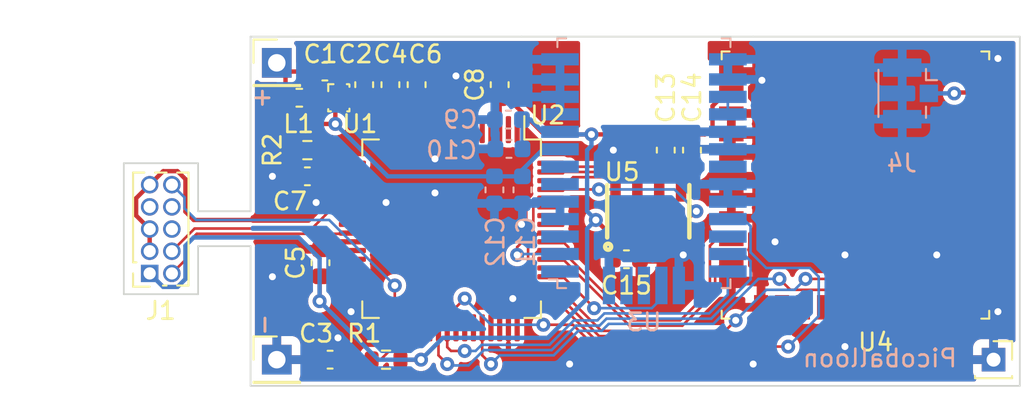
<source format=kicad_pcb>
(kicad_pcb (version 20221018) (generator pcbnew)
  (title_block (title "Picoballoon") (date "2023-03-24") (rev "1A") (comment 1 "Author: Štěpán Macur"))
  (layers (0 "F.Cu" mixed) (31 "B.Cu" mixed) (34 "B.Paste" user) (35 "F.Paste" user) (36 "B.SilkS" user "B.Silkscreen") (37 "F.SilkS" user "F.Silkscreen") (38 "B.Mask" user) (39 "F.Mask" user) (44 "Edge.Cuts" user))
  (net 0 "")
  (net 1 "/~{RESET}")
  (net 2 "GND")
  (net 3 "+3V3")
  (net 4 "Net-(U2-PTE29)")
  (net 5 "/SWDIO")
  (net 6 "/SWDCLK")
  (net 10 "Net-(U1-SW)")
  (net 31 "/GNSS_WU")
  (net 38 "/~{GNSS_RESET}")
  (net 39 "/GNSS_TX")
  (net 40 "/GNSS_RX")
  (net 45 "/RF_SPI_ACK")
  (net 46 "/~{RF_RESET}")
  (net 48 "/RF_SPI_CS")
  (net 49 "/RF_SPI_CLK")
  (net 50 "/RF_SPI_SDI")
  (net 51 "/RF_SPI_SDO")
  (net 55 "/GNSS_FIX")
  (net 56 "/SENS_SPI_CS")
  (net 57 "/SENS_SPI_SCLK")
  (net 58 "/SENS_SPI_SDI")
  (net 59 "/SENS_SPI_SDO")
  (net 62 "Net-(U3-RF_IN)")
  (net 73 "+BATT")
  (net 81 "Net-(J4-In)")
  (footprint "Capacitor_SMD:C_0603_1608Metric" (layer "F.Cu") (at 138.25 61 90)
    (fp_text reference "C4")
    (fp_text value "10u")
  )
  (footprint "Capacitor_SMD:C_0603_1608Metric" (layer "F.Cu") (at 133.5 66.25 180)
    (fp_text reference "C7")
    (fp_text value "33p")
  )
  (footprint "Connector_PinSocket_1.27mm:PinSocket_2x05_P1.27mm_Vertical" (layer "F.Cu") (at 124.48 71.81 180)
    (fp_text reference "J1")
    (fp_text value "Conn_ARM_JTAG_SWD_10")
  )
  (footprint "Picoballoon:MS561101BA03-50" (layer "F.Cu") (at 153 68.25 90)
    (fp_text reference "U5")
    (fp_text value "MS561101BA03-50")
  )
  (footprint "Picoballoon:InnoCommSN10-11" (layer "F.Cu") (at 164.85 66.75)
    (fp_text reference "U4")
    (fp_text value "INNOCOMM-SN10-11")
  )
  (footprint "Picoballoon:TPS610994YFFR" (layer "F.Cu") (at 135.3 61.749997)
    (fp_text reference "U1")
    (fp_text value "TPS610994YFFR")
  )
  (footprint "Capacitor_SMD:C_0603_1608Metric" (layer "F.Cu") (at 134.25 71.2 90)
    (fp_text reference "C5")
    (fp_text value "100n")
  )
  (footprint "Capacitor_SMD:C_0603_1608Metric" (layer "F.Cu") (at 139.75 61 90)
    (fp_text reference "C6")
    (fp_text value "100n")
  )
  (footprint "Capacitor_SMD:C_0603_1608Metric" (layer "F.Cu") (at 144.5 61 90)
    (fp_text reference "C8")
    (fp_text value "100n")
  )
  (footprint "Capacitor_SMD:C_0603_1608Metric" (layer "F.Cu") (at 134.5 60.25)
    (fp_text reference "C1")
    (fp_text value "10u")
  )
  (footprint "Capacitor_SMD:C_0603_1608Metric" (layer "F.Cu") (at 154 64.75 -90)
    (fp_text reference "C13")
    (fp_text value "47u/10V")
  )
  (footprint "Connector_PinHeader_2.54mm:PinHeader_1x01_P2.54mm_Vertical" (layer "F.Cu") (at 131.75 76.75)
    (fp_text reference "J3" hide)
    (fp_text value "~")
  )
  (footprint "Inductor_SMD:L_0603_1608Metric" (layer "F.Cu") (at 133.0375 61.75)
    (fp_text reference "L1")
    (fp_text value "2.2u")
  )
  (footprint "Resistor_SMD:R_0603_1608Metric" (layer "F.Cu") (at 138 76.75 180)
    (fp_text reference "R1")
    (fp_text value "10k")
  )
  (footprint "Capacitor_SMD:C_0603_1608Metric" (layer "F.Cu") (at 151.75 71)
    (fp_text reference "C15")
    (fp_text value "100n")
  )
  (footprint "Connector_PinSocket_2.00mm:PinSocket_1x01_P2.00mm_Vertical" (layer "F.Cu") (at 172.75 76.75)
    (fp_text reference "J0" hide)
    (fp_text value "")
  )
  (footprint "Package_QFP:LQFP-64_10x10mm_P0.5mm" (layer "F.Cu") (at 141.75 69.25 -90)
    (fp_text reference "U2")
    (fp_text value "K32L2B21VLH0A")
  )
  (footprint "Connector_PinHeader_2.54mm:PinHeader_1x01_P2.54mm_Vertical" (layer "F.Cu") (at 131.75 59.75)
    (fp_text reference "J2" hide)
    (fp_text value "~")
  )
  (footprint "Capacitor_SMD:C_0603_1608Metric" (layer "F.Cu") (at 134.8 76.75 180)
    (fp_text reference "C3")
    (fp_text value "100n")
  )
  (footprint "Resistor_SMD:R_0603_1608Metric" (layer "F.Cu") (at 133.5 64.75 180)
    (fp_text reference "R2")
    (fp_text value "30R")
  )
  (footprint "Capacitor_SMD:C_0603_1608Metric" (layer "F.Cu") (at 155.5 64.75 -90)
    (fp_text reference "C14")
    (fp_text value "33p")
  )
  (footprint "Capacitor_SMD:C_0603_1608Metric" (layer "F.Cu") (at 136.75 61 90)
    (fp_text reference "C2")
    (fp_text value "10u")
  )
  (footprint "Capacitor_SMD:C_0603_1608Metric" (layer "B.Cu") (at 145 63)
    (fp_text reference "C9")
    (fp_text value "100n")
  )
  (footprint "Capacitor_SMD:C_0603_1608Metric" (layer "B.Cu") (at 145.031 64.68)
    (fp_text reference "C10")
    (fp_text value "10u")
  )
  (footprint "Capacitor_SMD:C_0603_1608Metric" (layer "B.Cu") (at 144.2 67.025 90)
    (fp_text reference "C12")
    (fp_text value "4u7")
  )
  (footprint "Connector_Coaxial:U.FL_Hirose_U.FL-R-SMT-1_Vertical" (layer "B.Cu") (at 168 61.5 180)
    (fp_text reference "J4")
    (fp_text value "u.fl")
  )
  (footprint "Capacitor_SMD:C_0603_1608Metric" (layer "B.Cu") (at 145.8 67.025 90)
    (fp_text reference "C11")
    (fp_text value "100n")
  )
  (footprint "Picoballoon:Quectel_L96-M33" (layer "B.Cu") (at 152.75 66)
    (fp_text reference "U3")
    (fp_text value "L96-M33")
  )
  (gr_line (start 130.25 70.25) (end 127.25 70.25) (stroke (width 0.1)) (layer "Edge.Cuts"))
  (gr_line (start 130.25 78.25) (end 130.25 70.25) (stroke (width 0.1)) (layer "Edge.Cuts"))
  (gr_line (start 127.25 68.25) (end 127.25 65.5) (stroke (width 0.1)) (layer "Edge.Cuts"))
  (gr_line (start 159 58.25) (end 174.25 58.25) (stroke (width 0.1)) (layer "Edge.Cuts"))
  (gr_line (start 145.75 58.25) (end 159 58.25) (stroke (width 0.1)) (layer "Edge.Cuts"))
  (gr_line (start 130.25 68.25) (end 127.25 68.25) (stroke (width 0.1)) (layer "Edge.Cuts"))
  (gr_line (start 127.25 73) (end 123 73) (stroke (width 0.1)) (layer "Edge.Cuts"))
  (gr_line (start 127.25 65.5) (end 123 65.5) (stroke (width 0.1)) (layer "Edge.Cuts"))
  (gr_line (start 127.25 70.25) (end 127.25 73) (stroke (width 0.1)) (layer "Edge.Cuts"))
  (gr_line (start 145.75 58.25) (end 130.25 58.25) (stroke (width 0.1)) (layer "Edge.Cuts"))
  (gr_line (start 123 73) (end 123 65.5) (stroke (width 0.1)) (layer "Edge.Cuts"))
  (gr_line (start 174.25 58.25) (end 174.25 78.25) (stroke (width 0.1)) (layer "Edge.Cuts"))
  (gr_line (start 130.25 68.25) (end 130.25 58.25) (stroke (width 0.1)) (layer "Edge.Cuts"))
  (gr_line (start 174.25 78.25) (end 130.25 78.25) (stroke (width 0.1)) (layer "Edge.Cuts"))
  (gr_text "-" (at 131 74.75 90) (layer "B.SilkS") (effects (font (size 1 1))))
  (gr_text "+" (at 131 61.75 270) (layer "B.SilkS") (effects (font (size 1 1))))
  (gr_text "Picoballoon" (at 170.75 77.25) (layer "B.SilkS") (effects (font (size 1 1)) (justify left bottom mirror)))
  (gr_text "-" (at 131 74.75 90) (layer "F.SilkS") (effects (font (size 1 1))))
  (gr_text "+" (at 131 61.75 270) (layer "F.SilkS") (effects (font (size 1 1))))
  (segment (start 138.5 74.925) (end 138.5 75.937132) (width 0.15) (layer "F.Cu") (net 1))
  (segment (start 137.687132 76.75) (end 137.175 76.75) (width 0.15) (layer "F.Cu") (net 1))
  (segment (start 138.5 75.937132) (end 137.687132 76.75) (width 0.15) (layer "F.Cu") (net 1))
  (segment (start 135.575 76.75) (end 137.175 76.75) (width 0.15) (layer "F.Cu") (net 1))
  (segment (start 138.5 72.5) (end 138.5 74.925) (width 0.15) (layer "F.Cu") (net 1))
  (via (at 138.5 72.5) (size 0.8) (drill 0.4) (layers "F.Cu" "B.Cu") (net 1))
  (segment (start 134.75 68.75) (end 127.14519 68.75) (width 0.15) (layer "B.Cu") (net 1))
  (segment (start 126.475 68.07981) (end 126.475 67.455) (width 0.15) (layer "B.Cu") (net 1))
  (segment (start 127.14519 68.75) (end 126.475 68.07981) (width 0.15) (layer "B.Cu") (net 1))
  (segment (start 138.5 72.5) (end 134.75 68.75) (width 0.15) (layer "B.Cu") (net 1))
  (segment (start 126.475 67.455) (end 125.75 66.73) (width 0.15) (layer "B.Cu") (net 1))
  (segment (start 123.705 67.505) (end 124.48 66.73) (width 0.25) (layer "F.Cu") (net 2))
  (segment (start 126.525 66.408984) (end 126.525 68.275) (width 0.25) (layer "F.Cu") (net 2))
  (segment (start 126.525 68.275) (end 127 68.75) (width 0.25) (layer "F.Cu") (net 2))
  (segment (start 127 68.75) (end 130.5 68.75) (width 0.25) (layer "F.Cu") (net 2))
  (segment (start 135.5 62.149999) (end 136.25 62.899999) (width 0.25) (layer "F.Cu") (net 2))
  (segment (start 135.5 60.475) (end 135.275 60.25) (width 0.25) (layer "F.Cu") (net 2))
  (segment (start 124.48 69.27) (end 123.705 68.495) (width 0.25) (layer "F.Cu") (net 2))
  (segment (start 124.48 70.54) (end 124.48 69.27) (width 0.25) (layer "F.Cu") (net 2))
  (segment (start 124.48 66.73) (end 125.255 65.955) (width 0.25) (layer "F.Cu") (net 2))
  (segment (start 126.071016 65.955) (end 126.525 66.408984) (width 0.25) (layer "F.Cu") (net 2))
  (segment (start 123.705 68.495) (end 123.705 67.505) (width 0.25) (layer "F.Cu") (net 2))
  (segment (start 125.255 65.955) (end 126.071016 65.955) (width 0.25) (layer "F.Cu") (net 2))
  (segment (start 135.5 61.349998) (end 135.5 60.475) (width 0.25) (layer "F.Cu") (net 2))
  (via (at 140.8 65.25) (size 0.8) (drill 0.4) (layers "F.Cu" "B.Cu") (net 2))
  (via (at 173 74) (size 0.8) (drill 0.4) (layers "F.Cu" "B.Cu") (net 2))
  (via (at 159.5 60.75) (size 0.8) (drill 0.4) (layers "F.Cu" "B.Cu") (net 2))
  (via (at 135.25 75.5) (size 0.8) (drill 0.4) (layers "F.Cu" "B.Cu") (net 2))
  (via (at 145.75 69) (size 0.8) (drill 0.4) (layers "F.Cu" "B.Cu") (net 2))
  (via (at 159 77) (size 0.8) (drill 0.4) (layers "F.Cu" "B.Cu") (net 2))
  (via (at 134 67.75) (size 0.8) (drill 0.4) (layers "F.Cu" "B.Cu") (net 2))
  (via (at 169.5 70.75) (size 0.8) (drill 0.4) (layers "F.Cu" "B.Cu") (net 2))
  (via (at 160.25 70) (size 0.8) (drill 0.4) (layers "F.Cu" "B.Cu") (net 2))
  (via (at 140.8 67.2) (size 0.8) (drill 0.4) (layers "F.Cu" "B.Cu") (net 2))
  (via (at 151 64.75) (size 0.8) (drill 0.4) (layers "F.Cu" "B.Cu") (net 2))
  (via (at 136 74) (size 0.8) (drill 0.4) (layers "F.Cu" "B.Cu") (net 2))
  (via (at 142 60.5) (size 0.8) (drill 0.4) (layers "F.Cu" "B.Cu") (net 2))
  (via (at 164.25 70.75) (size 0.8) (drill 0.4) (layers "F.Cu" "B.Cu") (net 2))
  (via (at 155 70.75) (size 0.8) (drill 0.4) (layers "F.Cu" "B.Cu") (net 2))
  (via (at 164.25 76) (size 0.8) (drill 0.4) (layers "F.Cu" "B.Cu") (net 2))
  (via (at 173 59.5) (size 0.8) (drill 0.4) (layers "F.Cu" "B.Cu") (net 2))
  (via (at 145.25 73.25) (size 0.8) (drill 0.4) (layers "F.Cu" "B.Cu") (net 2))
  (via (at 148.5 77) (size 0.8) (drill 0.4) (layers "F.Cu" "B.Cu") (net 2))
  (via (at 131.5 66.25) (size 0.8) (drill 0.4) (layers "F.Cu" "B.Cu") (net 2))
  (via (at 138 67.75) (size 0.8) (drill 0.4) (layers "F.Cu" "B.Cu") (net 2))
  (via (at 131.5 72) (size 0.8) (drill 0.4) (layers "F.Cu" "B.Cu") (net 2))
  (segment (start 144.5 61.775) (end 144.969975 61.775) (width 0.25) (layer "F.Cu") (net 3))
  (segment (start 134.2 73.4) (end 134.2 72.025) (width 0.25) (layer "F.Cu") (net 3))
  (segment (start 156.23941 63.8495) (end 156.675 63.41391) (width 0.25) (layer "F.Cu") (net 3))
  (segment (start 139.75 62.5) (end 139.5 62.75) (width 0.25) (layer "F.Cu") (net 3))
  (segment (start 134.275 72) (end 134.25 71.975) (width 0.25) (layer "F.Cu") (net 3))
  (segment (start 138.25 61.775) (end 139.75 61.775) (width 0.25) (layer "F.Cu") (net 3))
  (segment (start 134.2 72.025) (end 134.25 71.975) (width 0.25) (layer "F.Cu") (net 3))
  (segment (start 139 63.575) (end 139.5 63.575) (width 0.25) (layer "F.Cu") (net 3))
  (segment (start 150.6 69.35) (end 150 68.75) (width 0.25) (layer "F.Cu") (net 3))
  (segment (start 156.675 62.225) (end 157.45 61.45) (width 0.25) (layer "F.Cu") (net 3))
  (segment (start 157.45 61.45) (end 157.75 61.45) (width 0.25) (layer "F.Cu") (net 3))
  (segment (start 139.75 61.775) (end 144.5 61.775) (width 0.25) (layer "F.Cu") (net 3))
  (segment (start 156.675 63.41391) (end 156.675 62.225) (width 0.25) (layer "F.Cu") (net 3))
  (segment (start 147.044475 63.8495) (end 149.75 63.8495) (width 0.25) (layer "F.Cu") (net 3))
  (segment (start 136.075 72) (end 134.275 72) (width 0.25) (layer "F.Cu") (net 3))
  (segment (start 140 76.75) (end 138.825 76.75) (width 0.25) (layer "F.Cu") (net 3))
  (segment (start 149.75 63.8495) (end 156.23941 63.8495) (width 0.25) (layer "F.Cu") (net 3))
  (segment (start 136.75 61.775) (end 138.25 61.775) (width 0.25) (layer "F.Cu") (net 3))
  (segment (start 135.5 61.75) (end 136.725 61.75) (width 0.25) (layer "F.Cu") (net 3))
  (segment (start 144.969975 61.775) (end 147.044475 63.8495) (width 0.25) (layer "F.Cu") (net 3))
  (segment (start 151.125 69.35) (end 150.6 69.35) (width 0.25) (layer "F.Cu") (net 3))
  (segment (start 151.125 69.35) (end 151.125 70.85) (width 0.25) (layer "F.Cu") (net 3))
  (segment (start 151.125 70.85) (end 150.975 71) (width 0.25) (layer "F.Cu") (net 3))
  (segment (start 136.725 61.75) (end 136.75 61.775) (width 0.25) (layer "F.Cu") (net 3))
  (segment (start 144.5 61.775) (end 144.5 63.575) (width 0.25) (layer "F.Cu") (net 3))
  (segment (start 139.75 61.775) (end 139.75 62.5) (width 0.25) (layer "F.Cu") (net 3))
  (segment (start 139.5 62.75) (end 139.5 63.575) (width 0.25) (layer "F.Cu") (net 3))
  (via (at 134.2 73.4) (size 0.8) (drill 0.4) (layers "F.Cu" "B.Cu") (net 3))
  (via (at 149.75 63.8495) (size 0.8) (drill 0.4) (layers "F.Cu" "B.Cu") (net 3))
  (via (at 150 68.75) (size 0.8) (drill 0.4) (layers "F.Cu" "B.Cu") (net 3))
  (via (at 140 76.75) (size 0.8) (drill 0.4) (layers "F.Cu" "B.Cu") (net 3))
  (segment (start 149.5 73.25) (end 147.25 75.5) (width 0.25) (layer "B.Cu") (net 3))
  (segment (start 137.55 76.75) (end 134.2 73.4) (width 0.25) (layer "B.Cu") (net 3))
  (segment (start 126.525 70.225) (end 126.525 72.131016) (width 0.25) (layer "B.Cu") (net 3))
  (segment (start 133 69.75) (end 127 69.75) (width 0.25) (layer "B.Cu") (net 3))
  (segment (start 134.2 70.95) (end 133 69.75) (width 0.25) (layer "B.Cu") (net 3))
  (segment (start 146.2625 63) (end 145.775 63) (width 0.25) (layer "B.Cu") (net 3))
  (segment (start 126.525 72.131016) (end 126.071016 72.585) (width 0.25) (layer "B.Cu") (net 3))
  (segment (start 145.806 64.68) (end 145.806 63.031) (width 0.25) (layer "B.Cu") (net 3))
  (segment (start 149.75 64.5) (end 149.5 64.75) (width 0.25) (layer "B.Cu") (net 3))
  (segment (start 127 69.75) (end 126.525 70.225) (width 0.25) (layer "B.Cu") (net 3))
  (segment (start 126.071016 72.585) (end 125.255 72.585) (width 0.25) (layer "B.Cu") (net 3))
  (segment (start 149.5 69.25) (end 149.5 73.25) (width 0.25) (layer "B.Cu") (net 3))
  (segment (start 125.255 72.585) (end 124.48 71.81) (width 0.25) (layer "B.Cu") (net 3))
  (segment (start 149.75 63.8495) (end 148.0995 63.8495) (width 0.25) (layer "B.Cu") (net 3))
  (segment (start 140 76.75) (end 137.55 76.75) (width 0.25) (layer "B.Cu") (net 3))
  (segment (start 145.806 63.031) (end 145.775 63) (width 0.25) (layer "B.Cu") (net 3))
  (segment (start 149.5 68.25) (end 150 68.75) (width 0.25) (layer "B.Cu") (net 3))
  (segment (start 149.75 63.8495) (end 149.75 64.5) (width 0.25) (layer "B.Cu") (net 3))
  (segment (start 141.25 75.5) (end 147.25 75.5) (width 0.25) (layer "B.Cu") (net 3))
  (segment (start 146.9625 63.7) (end 146.2625 63) (width 0.25) (layer "B.Cu") (net 3))
  (segment (start 147.95 63.7) (end 146.9625 63.7) (width 0.25) (layer "B.Cu") (net 3))
  (segment (start 134.2 73.4) (end 134.2 70.95) (width 0.25) (layer "B.Cu") (net 3))
  (segment (start 150 68.75) (end 149.5 69.25) (width 0.25) (layer "B.Cu") (net 3))
  (segment (start 149.5 64.75) (end 149.5 68.25) (width 0.25) (layer "B.Cu") (net 3))
  (segment (start 141.25 75.5) (end 140 76.75) (width 0.25) (layer "B.Cu") (net 3))
  (segment (start 135.75 65.5) (end 136.075 65.5) (width 0.25) (layer "F.Cu") (net 4))
  (segment (start 134.325 64.75) (end 135 64.75) (width 0.25) (layer "F.Cu") (net 4))
  (segment (start 135 64.75) (end 135.75 65.5) (width 0.25) (layer "F.Cu") (net 4))
  (segment (start 134.275 66.25) (end 134.325 66.25) (width 0.15) (layer "F.Cu") (net 4))
  (segment (start 134.325 66.25) (end 134.325 64.75) (width 0.25) (layer "F.Cu") (net 4))
  (segment (start 136.035 69.54) (end 127.174264 69.54) (width 0.15) (layer "F.Cu") (net 5))
  (segment (start 126.5 70.214264) (end 126.5 71.06) (width 0.15) (layer "F.Cu") (net 5))
  (segment (start 126.5 71.06) (end 125.75 71.81) (width 0.15) (layer "F.Cu") (net 5))
  (segment (start 136.075 69.5) (end 136.035 69.54) (width 0.15) (layer "F.Cu") (net 5))
  (segment (start 127.174264 69.54) (end 126.5 70.214264) (width 0.15) (layer "F.Cu") (net 5))
  (segment (start 127.05 69.24) (end 125.75 70.54) (width 0.15) (layer "F.Cu") (net 6))
  (segment (start 133.76 69.24) (end 127.05 69.24) (width 0.15) (layer "F.Cu") (net 6))
  (segment (start 136.075 68) (end 135 68) (width 0.15) (layer "F.Cu") (net 6))
  (segment (start 135 68) (end 133.76 69.24) (width 0.15) (layer "F.Cu") (net 6))
  (segment (start 135.1 61.75) (end 133.825 61.75) (width 0.25) (layer "F.Cu") (net 10))
  (segment (start 149.900301 73.776037) (end 148.124264 72) (width 0.15) (layer "F.Cu") (net 31))
  (segment (start 149.900301 73.803587) (end 149.900301 73.776037) (width 0.15) (layer "F.Cu") (net 31))
  (segment (start 148.124264 72) (end 147.425 72) (width 0.15) (layer "F.Cu") (net 31))
  (via (at 149.900301 73.803587) (size 0.8) (drill 0.4) (layers "F.Cu" "B.Cu") (net 31))
  (segment (start 153.2 73.8) (end 153.75 73.25) (width 0.15) (layer "B.Cu") (net 31))
  (segment (start 153.75 73.25) (end 153.75 72.5) (width 0.15) (layer "B.Cu") (net 31))
  (segment (start 149.903888 73.8) (end 153.2 73.8) (width 0.15) (layer "B.Cu") (net 31))
  (segment (start 149.900301 73.803587) (end 149.903888 73.8) (width 0.15) (layer "B.Cu") (net 31))
  (segment (start 142 74.925) (end 142 73.75) (width 0.15) (layer "F.Cu") (net 38))
  (segment (start 148.68934 74.75) (end 149.93934 76) (width 0.15) (layer "F.Cu") (net 38))
  (segment (start 142 73.75) (end 142.5 73.25) (width 0.15) (layer "F.Cu") (net 38))
  (segment (start 147 74.75) (end 148.68934 74.75) (width 0.15) (layer "F.Cu") (net 38))
  (segment (start 149.93934 76) (end 161 76) (width 0.15) (layer "F.Cu") (net 38))
  (via (at 147 74.75) (size 0.8) (drill 0.4) (layers "F.Cu" "B.Cu") (net 38))
  (via (at 161 76) (size 0.8) (drill 0.4) (layers "F.Cu" "B.Cu") (net 38))
  (via (at 142.5 73.25) (size 0.8) (drill 0.4) (layers "F.Cu" "B.Cu") (net 38))
  (segment (start 158.45 68.7) (end 157.55 68.7) (width 0.15) (layer "B.Cu") (net 38))
  (segment (start 162.75 72) (end 162.2495 71.4995) (width 0.15) (layer "B.Cu") (net 38))
  (segment (start 162.2495 71.4995) (end 159.7495 71.4995) (width 0.15) (layer "B.Cu") (net 38))
  (segment (start 144 74.75) (end 142.5 73.25) (width 0.15) (layer "B.Cu") (net 38))
  (segment (start 161 76) (end 162.75 74.25) (width 0.15) (layer "B.Cu") (net 38))
  (segment (start 158.85 69.1) (end 158.45 68.7) (width 0.15) (layer "B.Cu") (net 38))
  (segment (start 158.85 70.6) (end 158.85 69.1) (width 0.15) (layer "B.Cu") (net 38))
  (segment (start 159.7495 71.4995) (end 158.85 70.6) (width 0.15) (layer "B.Cu") (net 38))
  (segment (start 162.75 74.25) (end 162.75 72) (width 0.15) (layer "B.Cu") (net 38))
  (segment (start 147 74.75) (end 144 74.75) (width 0.15) (layer "B.Cu") (net 38))
  (segment (start 141 76.5) (end 141 74.925) (width 0.15) (layer "F.Cu") (net 39))
  (segment (start 141.5 77) (end 141 76.5) (width 0.15) (layer "F.Cu") (net 39))
  (via (at 141.5 77) (size 0.8) (drill 0.4) (layers "F.Cu" "B.Cu") (net 39))
  (segment (start 156.6 74.4) (end 158.85 72.15) (width 0.15) (layer "B.Cu") (net 39))
  (segment (start 158.85 72.15) (end 158.85 71.10625) (width 0.15) (layer "B.Cu") (net 39))
  (segment (start 142.714192 77.0805) (end 143.594692 76.2) (width 0.15) (layer "B.Cu") (net 39))
  (segment (start 150.612036 74.4) (end 156.6 74.4) (width 0.15) (layer "B.Cu") (net 39))
  (segment (start 147.469238 76.2) (end 148.869238 74.8) (width 0.15) (layer "B.Cu") (net 39))
  (segment (start 148.869238 74.8) (end 150.212036 74.8) (width 0.15) (layer "B.Cu") (net 39))
  (segment (start 150.212036 74.8) (end 150.612036 74.4) (width 0.15) (layer "B.Cu") (net 39))
  (segment (start 158.44375 70.7) (end 157.55 70.7) (width 0.15) (layer "B.Cu") (net 39))
  (segment (start 143.594692 76.2) (end 147.469238 76.2) (width 0.15) (layer "B.Cu") (net 39))
  (segment (start 141.5805 77.0805) (end 142.714192 77.0805) (width 0.15) (layer "B.Cu") (net 39))
  (segment (start 158.85 71.10625) (end 158.44375 70.7) (width 0.15) (layer "B.Cu") (net 39))
  (segment (start 141.5 77) (end 141.5805 77.0805) (width 0.15) (layer "B.Cu") (net 39))
  (segment (start 141.718934 76.25) (end 141.5 76.031066) (width 0.15) (layer "F.Cu") (net 40))
  (segment (start 141.5 76.031066) (end 141.5 74.925) (width 0.15) (layer "F.Cu") (net 40))
  (segment (start 142.5 76.25) (end 141.718934 76.25) (width 0.15) (layer "F.Cu") (net 40))
  (via (at 142.5 76.25) (size 0.8) (drill 0.4) (layers "F.Cu" "B.Cu") (net 40))
  (segment (start 143.470428 75.9) (end 147.344974 75.9) (width 0.15) (layer "B.Cu") (net 40))
  (segment (start 147.344974 75.9) (end 148.744974 74.5) (width 0.15) (layer "B.Cu") (net 40))
  (segment (start 142.5 76.25) (end 143.120428 76.25) (width 0.15) (layer "B.Cu") (net 40))
  (segment (start 157.55 73.025736) (end 157.55 71.7) (width 0.15) (layer "B.Cu") (net 40))
  (segment (start 150.487772 74.1) (end 156.475736 74.1) (width 0.15) (layer "B.Cu") (net 40))
  (segment (start 150.087772 74.5) (end 150.487772 74.1) (width 0.15) (layer "B.Cu") (net 40))
  (segment (start 156.475736 74.1) (end 157.55 73.025736) (width 0.15) (layer "B.Cu") (net 40))
  (segment (start 148.744974 74.5) (end 150.087772 74.5) (width 0.15) (layer "B.Cu") (net 40))
  (segment (start 143.120428 76.25) (end 143.470428 75.9) (width 0.15) (layer "B.Cu") (net 40))
  (segment (start 150.31283 75.1) (end 148.21283 73) (width 0.15) (layer "F.Cu") (net 45))
  (segment (start 148.21283 73) (end 147.425 73) (width 0.15) (layer "F.Cu") (net 45))
  (segment (start 171.7255 72.1255) (end 171.85 72.25) (width 0.15) (layer "F.Cu") (net 45))
  (segment (start 158 74.5) (end 157.4 75.1) (width 0.15) (layer "F.Cu") (net 45))
  (segment (start 157.4 75.1) (end 150.31283 75.1) (width 0.15) (layer "F.Cu") (net 45))
  (segment (start 161.992323 72.1255) (end 171.7255 72.1255) (width 0.15) (layer "F.Cu") (net 45))
  (via (at 158 74.5) (size 0.8) (drill 0.4) (layers "F.Cu" "B.Cu") (net 45))
  (via (at 161.992323 72.1255) (size 0.8) (drill 0.4) (layers "F.Cu" "B.Cu") (net 45))
  (segment (start 161.367823 72.75) (end 161.992323 72.1255) (width 0.15) (layer "B.Cu") (net 45))
  (segment (start 159.75 72.75) (end 161.367823 72.75) (width 0.15) (layer "B.Cu") (net 45))
  (segment (start 158 74.5) (end 159.75 72.75) (width 0.15) (layer "B.Cu") (net 45))
  (segment (start 161.126 72.75) (end 166 72.75) (width 0.15) (layer "F.Cu") (net 46))
  (segment (start 160.5 72.124) (end 161.126 72.75) (width 0.15) (layer "F.Cu") (net 46))
  (segment (start 144 77) (end 143.5 76.5) (width 0.15) (layer "F.Cu") (net 46))
  (segment (start 166 72.75) (end 166.65 73.4) (width 0.15) (layer "F.Cu") (net 46))
  (segment (start 166.65 73.4) (end 166.65 73.75) (width 0.15) (layer "F.Cu") (net 46))
  (segment (start 143.5 76.5) (end 143.5 74.925) (width 0.15) (layer "F.Cu") (net 46))
  (via (at 144 77) (size 0.8) (drill 0.4) (layers "F.Cu" "B.Cu") (net 46))
  (via (at 160.5 72.124) (size 0.8) (drill 0.4) (layers "F.Cu" "B.Cu") (net 46))
  (segment (start 150.7363 74.7) (end 156.724264 74.7) (width 0.15) (layer "B.Cu") (net 46))
  (segment (start 150.3363 75.1) (end 150.7363 74.7) (width 0.15) (layer "B.Cu") (net 46))
  (segment (start 144 77) (end 144.5 76.5) (width 0.15) (layer "B.Cu") (net 46))
  (segment (start 148.993502 75.1) (end 150.3363 75.1) (width 0.15) (layer "B.Cu") (net 46))
  (segment (start 147.593502 76.5) (end 148.993502 75.1) (width 0.15) (layer "B.Cu") (net 46))
  (segment (start 144.5 76.5) (end 147.593502 76.5) (width 0.15) (layer "B.Cu") (net 46))
  (segment (start 159.300264 72.124) (end 160.5 72.124) (width 0.15) (layer "B.Cu") (net 46))
  (segment (start 156.724264 74.7) (end 159.300264 72.124) (width 0.15) (layer "B.Cu") (net 46))
  (segment (start 148.124264 71) (end 151.924264 74.8) (width 0.15) (layer "F.Cu") (net 48))
  (segment (start 147.425 71) (end 148.124264 71) (width 0.15) (layer "F.Cu") (net 48))
  (segment (start 154.95 74.8) (end 156.825 72.925) (width 0.15) (layer "F.Cu") (net 48))
  (segment (start 151.924264 74.8) (end 154.95 74.8) (width 0.15) (layer "F.Cu") (net 48))
  (segment (start 156.825 71.65) (end 157.425 71.05) (width 0.15) (layer "F.Cu") (net 48))
  (segment (start 157.425 71.05) (end 157.75 71.05) (width 0.15) (layer "F.Cu") (net 48))
  (segment (start 156.825 72.925) (end 156.825 71.65) (width 0.15) (layer "F.Cu") (net 48))
  (segment (start 150.187868 75.4) (end 160.1 75.4) (width 0.15) (layer "F.Cu") (net 49))
  (segment (start 148.287868 73.5) (end 150.187868 75.4) (width 0.15) (layer "F.Cu") (net 49))
  (segment (start 146.425 70.800736) (end 146.425 73.199264) (width 0.15) (layer "F.Cu") (net 49))
  (segment (start 160.65 74.85) (end 160.65 73.75) (width 0.15) (layer "F.Cu") (net 49))
  (segment (start 146.425 73.199264) (end 146.725736 73.5) (width 0.15) (layer "F.Cu") (net 49))
  (segment (start 160.1 75.4) (end 160.65 74.85) (width 0.15) (layer "F.Cu") (net 49))
  (segment (start 146.725736 70.5) (end 146.425 70.800736) (width 0.15) (layer "F.Cu") (net 49))
  (segment (start 146.725736 73.5) (end 148.287868 73.5) (width 0.15) (layer "F.Cu") (net 49))
  (segment (start 147.425 70.5) (end 146.725736 70.5) (width 0.15) (layer "F.Cu") (net 49))
  (segment (start 152.048528 74.5) (end 154.825736 74.5) (width 0.15) (layer "F.Cu") (net 50))
  (segment (start 148.124264 70) (end 148.425 70.300736) (width 0.15) (layer "F.Cu") (net 50))
  (segment (start 147.425 70) (end 148.124264 70) (width 0.15) (layer "F.Cu") (net 50))
  (segment (start 156.525 72.800736) (end 156.525 70.225) (width 0.15) (layer "F.Cu") (net 50))
  (segment (start 156.525 70.225) (end 156.9 69.85) (width 0.15) (layer "F.Cu") (net 50))
  (segment (start 156.9 69.85) (end 157.75 69.85) (width 0.15) (layer "F.Cu") (net 50))
  (segment (start 148.425 70.300736) (end 148.425 70.876472) (width 0.15) (layer "F.Cu") (net 50))
  (segment (start 148.425 70.876472) (end 152.048528 74.5) (width 0.15) (layer "F.Cu") (net 50))
  (segment (start 154.825736 74.5) (end 156.525 72.800736) (width 0.15) (layer "F.Cu") (net 50))
  (segment (start 161.85 74.125) (end 161.85 73.75) (width 0.15) (layer "F.Cu") (net 51))
  (segment (start 147.425 69.5) (end 146.725736 69.5) (width 0.15) (layer "F.Cu") (net 51))
  (segment (start 150.063604 75.7) (end 160.275 75.7) (width 0.15) (layer "F.Cu") (net 51))
  (segment (start 146.601472 73.8) (end 148.163604 73.8) (width 0.15) (layer "F.Cu") (net 51))
  (segment (start 148.163604 73.8) (end 150.063604 75.7) (width 0.15) (layer "F.Cu") (net 51))
  (segment (start 146.725736 69.5) (end 146.125 70.100736) (width 0.15) (layer "F.Cu") (net 51))
  (segment (start 160.275 75.7) (end 161.85 74.125) (width 0.15) (layer "F.Cu") (net 51))
  (segment (start 146.125 70.100736) (end 146.125 73.323528) (width 0.15) (layer "F.Cu") (net 51))
  (segment (start 146.125 73.323528) (end 146.601472 73.8) (width 0.15) (layer "F.Cu") (net 51))
  (segment (start 146.725736 67.5) (end 147.425 67.5) (width 0.15) (layer "F.Cu") (net 55))
  (segment (start 146.425 67.800736) (end 146.725736 67.5) (width 0.15) (layer "F.Cu") (net 55))
  (segment (start 145.5 70.75) (end 145.5 70.301472) (width 0.15) (layer "F.Cu") (net 55))
  (segment (start 145.5 70.301472) (end 146.425 69.376472) (width 0.15) (layer "F.Cu") (net 55))
  (segment (start 146.425 69.376472) (end 146.425 67.800736) (width 0.15) (layer "F.Cu") (net 55))
  (via (at 145.5 70.75) (size 0.8) (drill 0.4) (layers "F.Cu" "B.Cu") (net 55))
  (segment (start 145.55 70.7) (end 147.95 70.7) (width 0.15) (layer "B.Cu") (net 55))
  (segment (start 145.5 70.75) (end 145.55 70.7) (width 0.15) (layer "B.Cu") (net 55))
  (segment (start 154.875 69.125) (end 155.75 68.25) (width 0.15) (layer "F.Cu") (net 56))
  (segment (start 154.875 69.35) (end 154.875 69.125) (width 0.15) (layer "F.Cu") (net 56))
  (segment (start 154.875 67.375) (end 155.75 68.25) (width 0.15) (layer "F.Cu") (net 56))
  (segment (start 147.425 67) (end 150.1745 67) (width 0.15) (layer "F.Cu") (net 56))
  (segment (start 154.875 67.15) (end 154.875 67.375) (width 0.15) (layer "F.Cu") (net 56))
  (via (at 155.75 68.25) (size 0.8) (drill 0.4) (layers "F.Cu" "B.Cu") (net 56))
  (via (at 150.1745 67) (size 0.8) (drill 0.4) (layers "F.Cu" "B.Cu") (net 56))
  (segment (start 154.5 67) (end 150.1745 67) (width 0.15) (layer "B.Cu") (net 56))
  (segment (start 155.75 68.25) (end 154.5 67) (width 0.15) (layer "B.Cu") (net 56))
  (segment (start 150.55 66.3) (end 151.125 66.875) (width 0.15) (layer "F.Cu") (net 57))
  (segment (start 148.5 66.5) (end 148.7 66.3) (width 0.15) (layer "F.Cu") (net 57))
  (segment (start 151.125 66.875) (end 151.125 67.15) (width 0.15) (layer "F.Cu") (net 57))
  (segment (start 148.7 66.3) (end 150.55 66.3) (width 0.15) (layer "F.Cu") (net 57))
  (segment (start 147.425 66.5) (end 148.5 66.5) (width 0.15) (layer "F.Cu") (net 57))
  (segment (start 147.425 66) (end 151.5 66) (width 0.15) (layer "F.Cu") (net 58))
  (segment (start 151.5 66) (end 152.375 66.875) (width 0.15) (layer "F.Cu") (net 58))
  (segment (start 152.375 66.875) (end 152.375 67.15) (width 0.15) (layer "F.Cu") (net 58))
  (segment (start 148.7 65.7) (end 151.649632 65.7) (width 0.15) (layer "F.Cu") (net 59))
  (segment (start 152.199632 66.25) (end 153 66.25) (width 0.15) (layer "F.Cu") (net 59))
  (segment (start 151.649632 65.7) (end 152.199632 66.25) (width 0.15) (layer "F.Cu") (net 59))
  (segment (start 147.425 65.5) (end 148.5 65.5) (width 0.15) (layer "F.Cu") (net 59))
  (segment (start 148.5 65.5) (end 148.7 65.7) (width 0.15) (layer "F.Cu") (net 59))
  (segment (start 153.625 66.875) (end 153.625 67.15) (width 0.15) (layer "F.Cu") (net 59))
  (segment (start 153 66.25) (end 153.625 66.875) (width 0.15) (layer "F.Cu") (net 59))
  (segment (start 157.55 61.7) (end 157.55 62.7) (width 0.15) (layer "B.Cu") (net 62))
  (segment (start 133.75 63.25) (end 132.25 61.75) (width 0.25) (layer "F.Cu") (net 73))
  (segment (start 131.5 63.575) (end 132.675 64.75) (width 0.25) (layer "F.Cu") (net 73))
  (segment (start 135.1 63.25) (end 135.1 62.149999) (width 0.25) (layer "F.Cu") (net 73))
  (segment (start 134.824998 61.349998) (end 133.725 60.25) (width 0.25) (layer "F.Cu") (net 73))
  (segment (start 135.1 63.25) (end 133.75 63.25) (width 0.25) (layer "F.Cu") (net 73))
  (segment (start 135.1 61.349998) (end 134.824998 61.349998) (width 0.25) (layer "F.Cu") (net 73))
  (segment (start 131.75 59.75) (end 132.25 60.25) (width 0.25) (layer "F.Cu") (net 73))
  (segment (start 132.25 60.25) (end 132.25 61.75) (width 0.25) (layer "F.Cu") (net 73))
  (segment (start 132.25 60.25) (end 133.725 60.25) (width 0.25) (layer "F.Cu") (net 73))
  (segment (start 132.25 61.75) (end 131.5 62.5) (width 0.25) (layer "F.Cu") (net 73))
  (segment (start 131.5 62.5) (end 131.5 63.575) (width 0.25) (layer "F.Cu") (net 73))
  (via (at 135.1 63.25) (size 0.8) (drill 0.4) (layers "F.Cu" "B.Cu") (net 73))
  (segment (start 147.95 64.7) (end 146.975 64.7) (width 0.25) (layer "B.Cu") (net 73))
  (segment (start 138.1 66.25) (end 144.2 66.25) (width 0.25) (layer "B.Cu") (net 73))
  (segment (start 145.8 65.875) (end 145.8 66.25) (width 0.25) (layer "B.Cu") (net 73))
  (segment (start 135.1 63.25) (end 138.1 66.25) (width 0.25) (layer "B.Cu") (net 73))
  (segment (start 146.975 64.7) (end 145.8 65.875) (width 0.25) (layer "B.Cu") (net 73))
  (segment (start 144.2 66.25) (end 145.8 66.25) (width 0.25) (layer "B.Cu") (net 73))
  (segment (start 170.5 61.5) (end 170.55 61.45) (width 0.15) (layer "F.Cu") (net 81))
  (segment (start 170.55 61.45) (end 171.85 61.45) (width 0.25) (layer "F.Cu") (net 81))
  (via (at 170.5 61.5) (size 0.8) (drill 0.4) (layers "F.Cu" "B.Cu") (net 81))
  (segment (start 170.5 61.5) (end 169.05 61.5) (width 0.25) (layer "B.Cu") (net 81))
  (zone (net 2) (net_name "GND") (layers "F&B.Cu") (connect_pads (clearance 0.254)) (min_thickness 0.254) (fill yes (thermal_gap 0.5) (thermal_bridge_width 0.5))
    (polygon (pts (xy 130.25 58) (xy 174.5 58) (xy 174.5 78.5) (xy 130.25 78.5)))
  )
)
</source>
